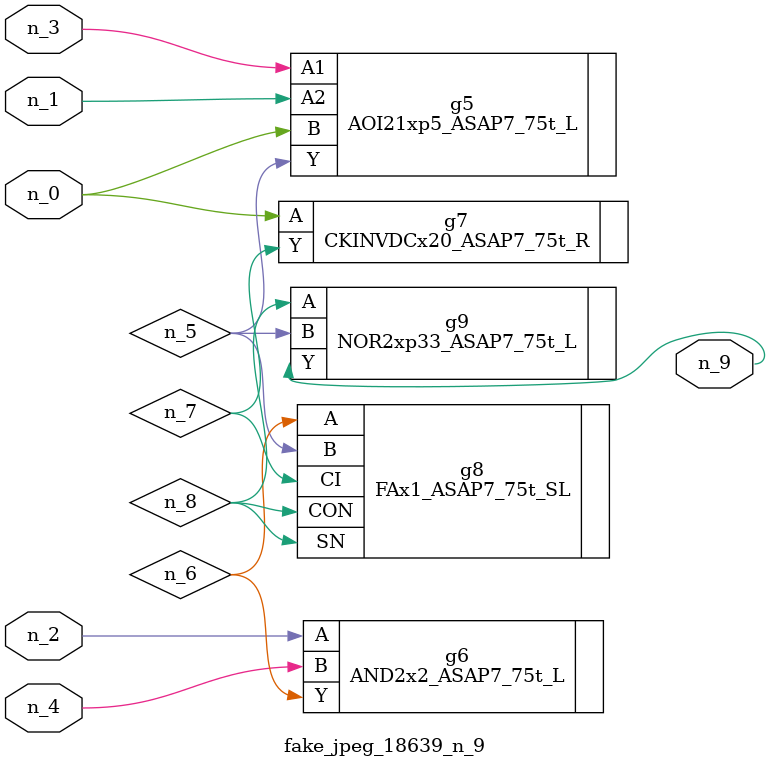
<source format=v>
module fake_jpeg_18639_n_9 (n_3, n_2, n_1, n_0, n_4, n_9);

input n_3;
input n_2;
input n_1;
input n_0;
input n_4;

output n_9;

wire n_8;
wire n_6;
wire n_5;
wire n_7;

AOI21xp5_ASAP7_75t_L g5 ( 
.A1(n_3),
.A2(n_1),
.B(n_0),
.Y(n_5)
);

AND2x2_ASAP7_75t_L g6 ( 
.A(n_2),
.B(n_4),
.Y(n_6)
);

CKINVDCx20_ASAP7_75t_R g7 ( 
.A(n_0),
.Y(n_7)
);

FAx1_ASAP7_75t_SL g8 ( 
.A(n_6),
.B(n_5),
.CI(n_7),
.CON(n_8),
.SN(n_8)
);

NOR2xp33_ASAP7_75t_L g9 ( 
.A(n_8),
.B(n_5),
.Y(n_9)
);


endmodule
</source>
